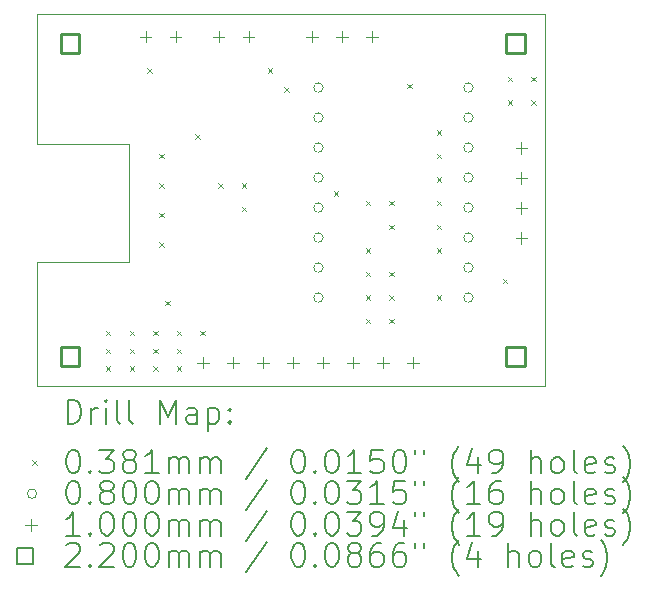
<source format=gbr>
%TF.GenerationSoftware,KiCad,Pcbnew,7.0.5*%
%TF.CreationDate,2023-07-11T15:31:01-04:00*%
%TF.ProjectId,StepperMotor_module_V2_XIAO_RP2040,53746570-7065-4724-9d6f-746f725f6d6f,rev?*%
%TF.SameCoordinates,Original*%
%TF.FileFunction,Drillmap*%
%TF.FilePolarity,Positive*%
%FSLAX45Y45*%
G04 Gerber Fmt 4.5, Leading zero omitted, Abs format (unit mm)*
G04 Created by KiCad (PCBNEW 7.0.5) date 2023-07-11 15:31:01*
%MOMM*%
%LPD*%
G01*
G04 APERTURE LIST*
%ADD10C,0.100000*%
%ADD11C,0.200000*%
%ADD12C,0.038100*%
%ADD13C,0.080000*%
%ADD14C,0.220000*%
G04 APERTURE END LIST*
D10*
X12200000Y-5800000D02*
X16500000Y-5800000D01*
X12975000Y-6900000D02*
X12200000Y-6900000D01*
X12200000Y-8950000D02*
X12200000Y-7900000D01*
X12200000Y-6900000D02*
X12200000Y-5800000D01*
X16500000Y-5800000D02*
X16500000Y-8950000D01*
X16500000Y-8950000D02*
X12200000Y-8950000D01*
X12200000Y-7900000D02*
X12975000Y-7900000D01*
X12975000Y-7900000D02*
X12975000Y-6900000D01*
D11*
D12*
X12780950Y-8480950D02*
X12819050Y-8519050D01*
X12819050Y-8480950D02*
X12780950Y-8519050D01*
X12780950Y-8630950D02*
X12819050Y-8669050D01*
X12819050Y-8630950D02*
X12780950Y-8669050D01*
X12780950Y-8780950D02*
X12819050Y-8819050D01*
X12819050Y-8780950D02*
X12780950Y-8819050D01*
X12980950Y-8480950D02*
X13019050Y-8519050D01*
X13019050Y-8480950D02*
X12980950Y-8519050D01*
X12980950Y-8630950D02*
X13019050Y-8669050D01*
X13019050Y-8630950D02*
X12980950Y-8669050D01*
X12980950Y-8780950D02*
X13019050Y-8819050D01*
X13019050Y-8780950D02*
X12980950Y-8819050D01*
X13130950Y-6255950D02*
X13169050Y-6294050D01*
X13169050Y-6255950D02*
X13130950Y-6294050D01*
X13180950Y-8480950D02*
X13219050Y-8519050D01*
X13219050Y-8480950D02*
X13180950Y-8519050D01*
X13180950Y-8630950D02*
X13219050Y-8669050D01*
X13219050Y-8630950D02*
X13180950Y-8669050D01*
X13180950Y-8780950D02*
X13219050Y-8819050D01*
X13219050Y-8780950D02*
X13180950Y-8819050D01*
X13230950Y-6980950D02*
X13269050Y-7019050D01*
X13269050Y-6980950D02*
X13230950Y-7019050D01*
X13230950Y-7230950D02*
X13269050Y-7269050D01*
X13269050Y-7230950D02*
X13230950Y-7269050D01*
X13230950Y-7480950D02*
X13269050Y-7519050D01*
X13269050Y-7480950D02*
X13230950Y-7519050D01*
X13230950Y-7730950D02*
X13269050Y-7769050D01*
X13269050Y-7730950D02*
X13230950Y-7769050D01*
X13282875Y-8227000D02*
X13320975Y-8265100D01*
X13320975Y-8227000D02*
X13282875Y-8265100D01*
X13380950Y-8480950D02*
X13419050Y-8519050D01*
X13419050Y-8480950D02*
X13380950Y-8519050D01*
X13380950Y-8630950D02*
X13419050Y-8669050D01*
X13419050Y-8630950D02*
X13380950Y-8669050D01*
X13380950Y-8780950D02*
X13419050Y-8819050D01*
X13419050Y-8780950D02*
X13380950Y-8819050D01*
X13535950Y-6815950D02*
X13574050Y-6854050D01*
X13574050Y-6815950D02*
X13535950Y-6854050D01*
X13580950Y-8480950D02*
X13619050Y-8519050D01*
X13619050Y-8480950D02*
X13580950Y-8519050D01*
X13730950Y-7230950D02*
X13769050Y-7269050D01*
X13769050Y-7230950D02*
X13730950Y-7269050D01*
X13930950Y-7230950D02*
X13969050Y-7269050D01*
X13969050Y-7230950D02*
X13930950Y-7269050D01*
X13930950Y-7430950D02*
X13969050Y-7469050D01*
X13969050Y-7430950D02*
X13930950Y-7469050D01*
X14152200Y-6259640D02*
X14190300Y-6297740D01*
X14190300Y-6259640D02*
X14152200Y-6297740D01*
X14290950Y-6420950D02*
X14329050Y-6459050D01*
X14329050Y-6420950D02*
X14290950Y-6459050D01*
X14710950Y-7298950D02*
X14749050Y-7337050D01*
X14749050Y-7298950D02*
X14710950Y-7337050D01*
X14980950Y-7380950D02*
X15019050Y-7419050D01*
X15019050Y-7380950D02*
X14980950Y-7419050D01*
X14980950Y-7780950D02*
X15019050Y-7819050D01*
X15019050Y-7780950D02*
X14980950Y-7819050D01*
X14980950Y-7980950D02*
X15019050Y-8019050D01*
X15019050Y-7980950D02*
X14980950Y-8019050D01*
X14980950Y-8180950D02*
X15019050Y-8219050D01*
X15019050Y-8180950D02*
X14980950Y-8219050D01*
X14980950Y-8380950D02*
X15019050Y-8419050D01*
X15019050Y-8380950D02*
X14980950Y-8419050D01*
X15180950Y-7380950D02*
X15219050Y-7419050D01*
X15219050Y-7380950D02*
X15180950Y-7419050D01*
X15180950Y-7580950D02*
X15219050Y-7619050D01*
X15219050Y-7580950D02*
X15180950Y-7619050D01*
X15180950Y-7980950D02*
X15219050Y-8019050D01*
X15219050Y-7980950D02*
X15180950Y-8019050D01*
X15180950Y-8180950D02*
X15219050Y-8219050D01*
X15219050Y-8180950D02*
X15180950Y-8219050D01*
X15180950Y-8380950D02*
X15219050Y-8419050D01*
X15219050Y-8380950D02*
X15180950Y-8419050D01*
X15330950Y-6390950D02*
X15369050Y-6429050D01*
X15369050Y-6390950D02*
X15330950Y-6429050D01*
X15580950Y-6780950D02*
X15619050Y-6819050D01*
X15619050Y-6780950D02*
X15580950Y-6819050D01*
X15580950Y-6980950D02*
X15619050Y-7019050D01*
X15619050Y-6980950D02*
X15580950Y-7019050D01*
X15580950Y-7180950D02*
X15619050Y-7219050D01*
X15619050Y-7180950D02*
X15580950Y-7219050D01*
X15580950Y-7380950D02*
X15619050Y-7419050D01*
X15619050Y-7380950D02*
X15580950Y-7419050D01*
X15580950Y-7580950D02*
X15619050Y-7619050D01*
X15619050Y-7580950D02*
X15580950Y-7619050D01*
X15580950Y-7780950D02*
X15619050Y-7819050D01*
X15619050Y-7780950D02*
X15580950Y-7819050D01*
X15580950Y-8180950D02*
X15619050Y-8219050D01*
X15619050Y-8180950D02*
X15580950Y-8219050D01*
X16140950Y-8040950D02*
X16179050Y-8079050D01*
X16179050Y-8040950D02*
X16140950Y-8079050D01*
X16180950Y-6330950D02*
X16219050Y-6369050D01*
X16219050Y-6330950D02*
X16180950Y-6369050D01*
X16180950Y-6530950D02*
X16219050Y-6569050D01*
X16219050Y-6530950D02*
X16180950Y-6569050D01*
X16380950Y-6330950D02*
X16419050Y-6369050D01*
X16419050Y-6330950D02*
X16380950Y-6369050D01*
X16380950Y-6530950D02*
X16419050Y-6569050D01*
X16419050Y-6530950D02*
X16380950Y-6569050D01*
D13*
X14620000Y-6422000D02*
G75*
G03*
X14620000Y-6422000I-40000J0D01*
G01*
X14620000Y-6676000D02*
G75*
G03*
X14620000Y-6676000I-40000J0D01*
G01*
X14620000Y-6930000D02*
G75*
G03*
X14620000Y-6930000I-40000J0D01*
G01*
X14620000Y-7184000D02*
G75*
G03*
X14620000Y-7184000I-40000J0D01*
G01*
X14620000Y-7438000D02*
G75*
G03*
X14620000Y-7438000I-40000J0D01*
G01*
X14620000Y-7692000D02*
G75*
G03*
X14620000Y-7692000I-40000J0D01*
G01*
X14620000Y-7946000D02*
G75*
G03*
X14620000Y-7946000I-40000J0D01*
G01*
X14620000Y-8200000D02*
G75*
G03*
X14620000Y-8200000I-40000J0D01*
G01*
X15890000Y-6422000D02*
G75*
G03*
X15890000Y-6422000I-40000J0D01*
G01*
X15890000Y-6676000D02*
G75*
G03*
X15890000Y-6676000I-40000J0D01*
G01*
X15890000Y-6930000D02*
G75*
G03*
X15890000Y-6930000I-40000J0D01*
G01*
X15890000Y-7184000D02*
G75*
G03*
X15890000Y-7184000I-40000J0D01*
G01*
X15890000Y-7438000D02*
G75*
G03*
X15890000Y-7438000I-40000J0D01*
G01*
X15890000Y-7692000D02*
G75*
G03*
X15890000Y-7692000I-40000J0D01*
G01*
X15890000Y-7946000D02*
G75*
G03*
X15890000Y-7946000I-40000J0D01*
G01*
X15890000Y-8200000D02*
G75*
G03*
X15890000Y-8200000I-40000J0D01*
G01*
D10*
X13116000Y-5940000D02*
X13116000Y-6040000D01*
X13066000Y-5990000D02*
X13166000Y-5990000D01*
X13370000Y-5940000D02*
X13370000Y-6040000D01*
X13320000Y-5990000D02*
X13420000Y-5990000D01*
X13600000Y-8700000D02*
X13600000Y-8800000D01*
X13550000Y-8750000D02*
X13650000Y-8750000D01*
X13734000Y-5940000D02*
X13734000Y-6040000D01*
X13684000Y-5990000D02*
X13784000Y-5990000D01*
X13854000Y-8700000D02*
X13854000Y-8800000D01*
X13804000Y-8750000D02*
X13904000Y-8750000D01*
X13988000Y-5940000D02*
X13988000Y-6040000D01*
X13938000Y-5990000D02*
X14038000Y-5990000D01*
X14108000Y-8700000D02*
X14108000Y-8800000D01*
X14058000Y-8750000D02*
X14158000Y-8750000D01*
X14362000Y-8700000D02*
X14362000Y-8800000D01*
X14312000Y-8750000D02*
X14412000Y-8750000D01*
X14526000Y-5940000D02*
X14526000Y-6040000D01*
X14476000Y-5990000D02*
X14576000Y-5990000D01*
X14616000Y-8700000D02*
X14616000Y-8800000D01*
X14566000Y-8750000D02*
X14666000Y-8750000D01*
X14780000Y-5940000D02*
X14780000Y-6040000D01*
X14730000Y-5990000D02*
X14830000Y-5990000D01*
X14870000Y-8700000D02*
X14870000Y-8800000D01*
X14820000Y-8750000D02*
X14920000Y-8750000D01*
X15034000Y-5940000D02*
X15034000Y-6040000D01*
X14984000Y-5990000D02*
X15084000Y-5990000D01*
X15124000Y-8700000D02*
X15124000Y-8800000D01*
X15074000Y-8750000D02*
X15174000Y-8750000D01*
X15378000Y-8700000D02*
X15378000Y-8800000D01*
X15328000Y-8750000D02*
X15428000Y-8750000D01*
X16299000Y-6880000D02*
X16299000Y-6980000D01*
X16249000Y-6930000D02*
X16349000Y-6930000D01*
X16299000Y-7134000D02*
X16299000Y-7234000D01*
X16249000Y-7184000D02*
X16349000Y-7184000D01*
X16299000Y-7388000D02*
X16299000Y-7488000D01*
X16249000Y-7438000D02*
X16349000Y-7438000D01*
X16299000Y-7642000D02*
X16299000Y-7742000D01*
X16249000Y-7692000D02*
X16349000Y-7692000D01*
D14*
X12552782Y-6127782D02*
X12552782Y-5972217D01*
X12397217Y-5972217D01*
X12397217Y-6127782D01*
X12552782Y-6127782D01*
X12552782Y-8777783D02*
X12552782Y-8622218D01*
X12397217Y-8622218D01*
X12397217Y-8777783D01*
X12552782Y-8777783D01*
X16327782Y-6127782D02*
X16327782Y-5972217D01*
X16172217Y-5972217D01*
X16172217Y-6127782D01*
X16327782Y-6127782D01*
X16327782Y-8777783D02*
X16327782Y-8622218D01*
X16172217Y-8622218D01*
X16172217Y-8777783D01*
X16327782Y-8777783D01*
D11*
X12455777Y-9266484D02*
X12455777Y-9066484D01*
X12455777Y-9066484D02*
X12503396Y-9066484D01*
X12503396Y-9066484D02*
X12531967Y-9076008D01*
X12531967Y-9076008D02*
X12551015Y-9095055D01*
X12551015Y-9095055D02*
X12560539Y-9114103D01*
X12560539Y-9114103D02*
X12570062Y-9152198D01*
X12570062Y-9152198D02*
X12570062Y-9180770D01*
X12570062Y-9180770D02*
X12560539Y-9218865D01*
X12560539Y-9218865D02*
X12551015Y-9237912D01*
X12551015Y-9237912D02*
X12531967Y-9256960D01*
X12531967Y-9256960D02*
X12503396Y-9266484D01*
X12503396Y-9266484D02*
X12455777Y-9266484D01*
X12655777Y-9266484D02*
X12655777Y-9133150D01*
X12655777Y-9171246D02*
X12665301Y-9152198D01*
X12665301Y-9152198D02*
X12674824Y-9142674D01*
X12674824Y-9142674D02*
X12693872Y-9133150D01*
X12693872Y-9133150D02*
X12712920Y-9133150D01*
X12779586Y-9266484D02*
X12779586Y-9133150D01*
X12779586Y-9066484D02*
X12770062Y-9076008D01*
X12770062Y-9076008D02*
X12779586Y-9085531D01*
X12779586Y-9085531D02*
X12789110Y-9076008D01*
X12789110Y-9076008D02*
X12779586Y-9066484D01*
X12779586Y-9066484D02*
X12779586Y-9085531D01*
X12903396Y-9266484D02*
X12884348Y-9256960D01*
X12884348Y-9256960D02*
X12874824Y-9237912D01*
X12874824Y-9237912D02*
X12874824Y-9066484D01*
X13008158Y-9266484D02*
X12989110Y-9256960D01*
X12989110Y-9256960D02*
X12979586Y-9237912D01*
X12979586Y-9237912D02*
X12979586Y-9066484D01*
X13236729Y-9266484D02*
X13236729Y-9066484D01*
X13236729Y-9066484D02*
X13303396Y-9209341D01*
X13303396Y-9209341D02*
X13370062Y-9066484D01*
X13370062Y-9066484D02*
X13370062Y-9266484D01*
X13551015Y-9266484D02*
X13551015Y-9161722D01*
X13551015Y-9161722D02*
X13541491Y-9142674D01*
X13541491Y-9142674D02*
X13522443Y-9133150D01*
X13522443Y-9133150D02*
X13484348Y-9133150D01*
X13484348Y-9133150D02*
X13465301Y-9142674D01*
X13551015Y-9256960D02*
X13531967Y-9266484D01*
X13531967Y-9266484D02*
X13484348Y-9266484D01*
X13484348Y-9266484D02*
X13465301Y-9256960D01*
X13465301Y-9256960D02*
X13455777Y-9237912D01*
X13455777Y-9237912D02*
X13455777Y-9218865D01*
X13455777Y-9218865D02*
X13465301Y-9199817D01*
X13465301Y-9199817D02*
X13484348Y-9190293D01*
X13484348Y-9190293D02*
X13531967Y-9190293D01*
X13531967Y-9190293D02*
X13551015Y-9180770D01*
X13646253Y-9133150D02*
X13646253Y-9333150D01*
X13646253Y-9142674D02*
X13665301Y-9133150D01*
X13665301Y-9133150D02*
X13703396Y-9133150D01*
X13703396Y-9133150D02*
X13722443Y-9142674D01*
X13722443Y-9142674D02*
X13731967Y-9152198D01*
X13731967Y-9152198D02*
X13741491Y-9171246D01*
X13741491Y-9171246D02*
X13741491Y-9228389D01*
X13741491Y-9228389D02*
X13731967Y-9247436D01*
X13731967Y-9247436D02*
X13722443Y-9256960D01*
X13722443Y-9256960D02*
X13703396Y-9266484D01*
X13703396Y-9266484D02*
X13665301Y-9266484D01*
X13665301Y-9266484D02*
X13646253Y-9256960D01*
X13827205Y-9247436D02*
X13836729Y-9256960D01*
X13836729Y-9256960D02*
X13827205Y-9266484D01*
X13827205Y-9266484D02*
X13817682Y-9256960D01*
X13817682Y-9256960D02*
X13827205Y-9247436D01*
X13827205Y-9247436D02*
X13827205Y-9266484D01*
X13827205Y-9142674D02*
X13836729Y-9152198D01*
X13836729Y-9152198D02*
X13827205Y-9161722D01*
X13827205Y-9161722D02*
X13817682Y-9152198D01*
X13817682Y-9152198D02*
X13827205Y-9142674D01*
X13827205Y-9142674D02*
X13827205Y-9161722D01*
D12*
X12156900Y-9575950D02*
X12195000Y-9614050D01*
X12195000Y-9575950D02*
X12156900Y-9614050D01*
D11*
X12493872Y-9486484D02*
X12512920Y-9486484D01*
X12512920Y-9486484D02*
X12531967Y-9496008D01*
X12531967Y-9496008D02*
X12541491Y-9505531D01*
X12541491Y-9505531D02*
X12551015Y-9524579D01*
X12551015Y-9524579D02*
X12560539Y-9562674D01*
X12560539Y-9562674D02*
X12560539Y-9610293D01*
X12560539Y-9610293D02*
X12551015Y-9648389D01*
X12551015Y-9648389D02*
X12541491Y-9667436D01*
X12541491Y-9667436D02*
X12531967Y-9676960D01*
X12531967Y-9676960D02*
X12512920Y-9686484D01*
X12512920Y-9686484D02*
X12493872Y-9686484D01*
X12493872Y-9686484D02*
X12474824Y-9676960D01*
X12474824Y-9676960D02*
X12465301Y-9667436D01*
X12465301Y-9667436D02*
X12455777Y-9648389D01*
X12455777Y-9648389D02*
X12446253Y-9610293D01*
X12446253Y-9610293D02*
X12446253Y-9562674D01*
X12446253Y-9562674D02*
X12455777Y-9524579D01*
X12455777Y-9524579D02*
X12465301Y-9505531D01*
X12465301Y-9505531D02*
X12474824Y-9496008D01*
X12474824Y-9496008D02*
X12493872Y-9486484D01*
X12646253Y-9667436D02*
X12655777Y-9676960D01*
X12655777Y-9676960D02*
X12646253Y-9686484D01*
X12646253Y-9686484D02*
X12636729Y-9676960D01*
X12636729Y-9676960D02*
X12646253Y-9667436D01*
X12646253Y-9667436D02*
X12646253Y-9686484D01*
X12722443Y-9486484D02*
X12846253Y-9486484D01*
X12846253Y-9486484D02*
X12779586Y-9562674D01*
X12779586Y-9562674D02*
X12808158Y-9562674D01*
X12808158Y-9562674D02*
X12827205Y-9572198D01*
X12827205Y-9572198D02*
X12836729Y-9581722D01*
X12836729Y-9581722D02*
X12846253Y-9600770D01*
X12846253Y-9600770D02*
X12846253Y-9648389D01*
X12846253Y-9648389D02*
X12836729Y-9667436D01*
X12836729Y-9667436D02*
X12827205Y-9676960D01*
X12827205Y-9676960D02*
X12808158Y-9686484D01*
X12808158Y-9686484D02*
X12751015Y-9686484D01*
X12751015Y-9686484D02*
X12731967Y-9676960D01*
X12731967Y-9676960D02*
X12722443Y-9667436D01*
X12960539Y-9572198D02*
X12941491Y-9562674D01*
X12941491Y-9562674D02*
X12931967Y-9553150D01*
X12931967Y-9553150D02*
X12922443Y-9534103D01*
X12922443Y-9534103D02*
X12922443Y-9524579D01*
X12922443Y-9524579D02*
X12931967Y-9505531D01*
X12931967Y-9505531D02*
X12941491Y-9496008D01*
X12941491Y-9496008D02*
X12960539Y-9486484D01*
X12960539Y-9486484D02*
X12998634Y-9486484D01*
X12998634Y-9486484D02*
X13017682Y-9496008D01*
X13017682Y-9496008D02*
X13027205Y-9505531D01*
X13027205Y-9505531D02*
X13036729Y-9524579D01*
X13036729Y-9524579D02*
X13036729Y-9534103D01*
X13036729Y-9534103D02*
X13027205Y-9553150D01*
X13027205Y-9553150D02*
X13017682Y-9562674D01*
X13017682Y-9562674D02*
X12998634Y-9572198D01*
X12998634Y-9572198D02*
X12960539Y-9572198D01*
X12960539Y-9572198D02*
X12941491Y-9581722D01*
X12941491Y-9581722D02*
X12931967Y-9591246D01*
X12931967Y-9591246D02*
X12922443Y-9610293D01*
X12922443Y-9610293D02*
X12922443Y-9648389D01*
X12922443Y-9648389D02*
X12931967Y-9667436D01*
X12931967Y-9667436D02*
X12941491Y-9676960D01*
X12941491Y-9676960D02*
X12960539Y-9686484D01*
X12960539Y-9686484D02*
X12998634Y-9686484D01*
X12998634Y-9686484D02*
X13017682Y-9676960D01*
X13017682Y-9676960D02*
X13027205Y-9667436D01*
X13027205Y-9667436D02*
X13036729Y-9648389D01*
X13036729Y-9648389D02*
X13036729Y-9610293D01*
X13036729Y-9610293D02*
X13027205Y-9591246D01*
X13027205Y-9591246D02*
X13017682Y-9581722D01*
X13017682Y-9581722D02*
X12998634Y-9572198D01*
X13227205Y-9686484D02*
X13112920Y-9686484D01*
X13170062Y-9686484D02*
X13170062Y-9486484D01*
X13170062Y-9486484D02*
X13151015Y-9515055D01*
X13151015Y-9515055D02*
X13131967Y-9534103D01*
X13131967Y-9534103D02*
X13112920Y-9543627D01*
X13312920Y-9686484D02*
X13312920Y-9553150D01*
X13312920Y-9572198D02*
X13322443Y-9562674D01*
X13322443Y-9562674D02*
X13341491Y-9553150D01*
X13341491Y-9553150D02*
X13370063Y-9553150D01*
X13370063Y-9553150D02*
X13389110Y-9562674D01*
X13389110Y-9562674D02*
X13398634Y-9581722D01*
X13398634Y-9581722D02*
X13398634Y-9686484D01*
X13398634Y-9581722D02*
X13408158Y-9562674D01*
X13408158Y-9562674D02*
X13427205Y-9553150D01*
X13427205Y-9553150D02*
X13455777Y-9553150D01*
X13455777Y-9553150D02*
X13474824Y-9562674D01*
X13474824Y-9562674D02*
X13484348Y-9581722D01*
X13484348Y-9581722D02*
X13484348Y-9686484D01*
X13579586Y-9686484D02*
X13579586Y-9553150D01*
X13579586Y-9572198D02*
X13589110Y-9562674D01*
X13589110Y-9562674D02*
X13608158Y-9553150D01*
X13608158Y-9553150D02*
X13636729Y-9553150D01*
X13636729Y-9553150D02*
X13655777Y-9562674D01*
X13655777Y-9562674D02*
X13665301Y-9581722D01*
X13665301Y-9581722D02*
X13665301Y-9686484D01*
X13665301Y-9581722D02*
X13674824Y-9562674D01*
X13674824Y-9562674D02*
X13693872Y-9553150D01*
X13693872Y-9553150D02*
X13722443Y-9553150D01*
X13722443Y-9553150D02*
X13741491Y-9562674D01*
X13741491Y-9562674D02*
X13751015Y-9581722D01*
X13751015Y-9581722D02*
X13751015Y-9686484D01*
X14141491Y-9476960D02*
X13970063Y-9734103D01*
X14398634Y-9486484D02*
X14417682Y-9486484D01*
X14417682Y-9486484D02*
X14436729Y-9496008D01*
X14436729Y-9496008D02*
X14446253Y-9505531D01*
X14446253Y-9505531D02*
X14455777Y-9524579D01*
X14455777Y-9524579D02*
X14465301Y-9562674D01*
X14465301Y-9562674D02*
X14465301Y-9610293D01*
X14465301Y-9610293D02*
X14455777Y-9648389D01*
X14455777Y-9648389D02*
X14446253Y-9667436D01*
X14446253Y-9667436D02*
X14436729Y-9676960D01*
X14436729Y-9676960D02*
X14417682Y-9686484D01*
X14417682Y-9686484D02*
X14398634Y-9686484D01*
X14398634Y-9686484D02*
X14379586Y-9676960D01*
X14379586Y-9676960D02*
X14370063Y-9667436D01*
X14370063Y-9667436D02*
X14360539Y-9648389D01*
X14360539Y-9648389D02*
X14351015Y-9610293D01*
X14351015Y-9610293D02*
X14351015Y-9562674D01*
X14351015Y-9562674D02*
X14360539Y-9524579D01*
X14360539Y-9524579D02*
X14370063Y-9505531D01*
X14370063Y-9505531D02*
X14379586Y-9496008D01*
X14379586Y-9496008D02*
X14398634Y-9486484D01*
X14551015Y-9667436D02*
X14560539Y-9676960D01*
X14560539Y-9676960D02*
X14551015Y-9686484D01*
X14551015Y-9686484D02*
X14541491Y-9676960D01*
X14541491Y-9676960D02*
X14551015Y-9667436D01*
X14551015Y-9667436D02*
X14551015Y-9686484D01*
X14684348Y-9486484D02*
X14703396Y-9486484D01*
X14703396Y-9486484D02*
X14722444Y-9496008D01*
X14722444Y-9496008D02*
X14731967Y-9505531D01*
X14731967Y-9505531D02*
X14741491Y-9524579D01*
X14741491Y-9524579D02*
X14751015Y-9562674D01*
X14751015Y-9562674D02*
X14751015Y-9610293D01*
X14751015Y-9610293D02*
X14741491Y-9648389D01*
X14741491Y-9648389D02*
X14731967Y-9667436D01*
X14731967Y-9667436D02*
X14722444Y-9676960D01*
X14722444Y-9676960D02*
X14703396Y-9686484D01*
X14703396Y-9686484D02*
X14684348Y-9686484D01*
X14684348Y-9686484D02*
X14665301Y-9676960D01*
X14665301Y-9676960D02*
X14655777Y-9667436D01*
X14655777Y-9667436D02*
X14646253Y-9648389D01*
X14646253Y-9648389D02*
X14636729Y-9610293D01*
X14636729Y-9610293D02*
X14636729Y-9562674D01*
X14636729Y-9562674D02*
X14646253Y-9524579D01*
X14646253Y-9524579D02*
X14655777Y-9505531D01*
X14655777Y-9505531D02*
X14665301Y-9496008D01*
X14665301Y-9496008D02*
X14684348Y-9486484D01*
X14941491Y-9686484D02*
X14827206Y-9686484D01*
X14884348Y-9686484D02*
X14884348Y-9486484D01*
X14884348Y-9486484D02*
X14865301Y-9515055D01*
X14865301Y-9515055D02*
X14846253Y-9534103D01*
X14846253Y-9534103D02*
X14827206Y-9543627D01*
X15122444Y-9486484D02*
X15027206Y-9486484D01*
X15027206Y-9486484D02*
X15017682Y-9581722D01*
X15017682Y-9581722D02*
X15027206Y-9572198D01*
X15027206Y-9572198D02*
X15046253Y-9562674D01*
X15046253Y-9562674D02*
X15093872Y-9562674D01*
X15093872Y-9562674D02*
X15112920Y-9572198D01*
X15112920Y-9572198D02*
X15122444Y-9581722D01*
X15122444Y-9581722D02*
X15131967Y-9600770D01*
X15131967Y-9600770D02*
X15131967Y-9648389D01*
X15131967Y-9648389D02*
X15122444Y-9667436D01*
X15122444Y-9667436D02*
X15112920Y-9676960D01*
X15112920Y-9676960D02*
X15093872Y-9686484D01*
X15093872Y-9686484D02*
X15046253Y-9686484D01*
X15046253Y-9686484D02*
X15027206Y-9676960D01*
X15027206Y-9676960D02*
X15017682Y-9667436D01*
X15255777Y-9486484D02*
X15274825Y-9486484D01*
X15274825Y-9486484D02*
X15293872Y-9496008D01*
X15293872Y-9496008D02*
X15303396Y-9505531D01*
X15303396Y-9505531D02*
X15312920Y-9524579D01*
X15312920Y-9524579D02*
X15322444Y-9562674D01*
X15322444Y-9562674D02*
X15322444Y-9610293D01*
X15322444Y-9610293D02*
X15312920Y-9648389D01*
X15312920Y-9648389D02*
X15303396Y-9667436D01*
X15303396Y-9667436D02*
X15293872Y-9676960D01*
X15293872Y-9676960D02*
X15274825Y-9686484D01*
X15274825Y-9686484D02*
X15255777Y-9686484D01*
X15255777Y-9686484D02*
X15236729Y-9676960D01*
X15236729Y-9676960D02*
X15227206Y-9667436D01*
X15227206Y-9667436D02*
X15217682Y-9648389D01*
X15217682Y-9648389D02*
X15208158Y-9610293D01*
X15208158Y-9610293D02*
X15208158Y-9562674D01*
X15208158Y-9562674D02*
X15217682Y-9524579D01*
X15217682Y-9524579D02*
X15227206Y-9505531D01*
X15227206Y-9505531D02*
X15236729Y-9496008D01*
X15236729Y-9496008D02*
X15255777Y-9486484D01*
X15398634Y-9486484D02*
X15398634Y-9524579D01*
X15474825Y-9486484D02*
X15474825Y-9524579D01*
X15770063Y-9762674D02*
X15760539Y-9753150D01*
X15760539Y-9753150D02*
X15741491Y-9724579D01*
X15741491Y-9724579D02*
X15731968Y-9705531D01*
X15731968Y-9705531D02*
X15722444Y-9676960D01*
X15722444Y-9676960D02*
X15712920Y-9629341D01*
X15712920Y-9629341D02*
X15712920Y-9591246D01*
X15712920Y-9591246D02*
X15722444Y-9543627D01*
X15722444Y-9543627D02*
X15731968Y-9515055D01*
X15731968Y-9515055D02*
X15741491Y-9496008D01*
X15741491Y-9496008D02*
X15760539Y-9467436D01*
X15760539Y-9467436D02*
X15770063Y-9457912D01*
X15931968Y-9553150D02*
X15931968Y-9686484D01*
X15884348Y-9476960D02*
X15836729Y-9619817D01*
X15836729Y-9619817D02*
X15960539Y-9619817D01*
X16046253Y-9686484D02*
X16084348Y-9686484D01*
X16084348Y-9686484D02*
X16103396Y-9676960D01*
X16103396Y-9676960D02*
X16112920Y-9667436D01*
X16112920Y-9667436D02*
X16131968Y-9638865D01*
X16131968Y-9638865D02*
X16141491Y-9600770D01*
X16141491Y-9600770D02*
X16141491Y-9524579D01*
X16141491Y-9524579D02*
X16131968Y-9505531D01*
X16131968Y-9505531D02*
X16122444Y-9496008D01*
X16122444Y-9496008D02*
X16103396Y-9486484D01*
X16103396Y-9486484D02*
X16065301Y-9486484D01*
X16065301Y-9486484D02*
X16046253Y-9496008D01*
X16046253Y-9496008D02*
X16036729Y-9505531D01*
X16036729Y-9505531D02*
X16027206Y-9524579D01*
X16027206Y-9524579D02*
X16027206Y-9572198D01*
X16027206Y-9572198D02*
X16036729Y-9591246D01*
X16036729Y-9591246D02*
X16046253Y-9600770D01*
X16046253Y-9600770D02*
X16065301Y-9610293D01*
X16065301Y-9610293D02*
X16103396Y-9610293D01*
X16103396Y-9610293D02*
X16122444Y-9600770D01*
X16122444Y-9600770D02*
X16131968Y-9591246D01*
X16131968Y-9591246D02*
X16141491Y-9572198D01*
X16379587Y-9686484D02*
X16379587Y-9486484D01*
X16465301Y-9686484D02*
X16465301Y-9581722D01*
X16465301Y-9581722D02*
X16455777Y-9562674D01*
X16455777Y-9562674D02*
X16436730Y-9553150D01*
X16436730Y-9553150D02*
X16408158Y-9553150D01*
X16408158Y-9553150D02*
X16389110Y-9562674D01*
X16389110Y-9562674D02*
X16379587Y-9572198D01*
X16589110Y-9686484D02*
X16570063Y-9676960D01*
X16570063Y-9676960D02*
X16560539Y-9667436D01*
X16560539Y-9667436D02*
X16551015Y-9648389D01*
X16551015Y-9648389D02*
X16551015Y-9591246D01*
X16551015Y-9591246D02*
X16560539Y-9572198D01*
X16560539Y-9572198D02*
X16570063Y-9562674D01*
X16570063Y-9562674D02*
X16589110Y-9553150D01*
X16589110Y-9553150D02*
X16617682Y-9553150D01*
X16617682Y-9553150D02*
X16636730Y-9562674D01*
X16636730Y-9562674D02*
X16646253Y-9572198D01*
X16646253Y-9572198D02*
X16655777Y-9591246D01*
X16655777Y-9591246D02*
X16655777Y-9648389D01*
X16655777Y-9648389D02*
X16646253Y-9667436D01*
X16646253Y-9667436D02*
X16636730Y-9676960D01*
X16636730Y-9676960D02*
X16617682Y-9686484D01*
X16617682Y-9686484D02*
X16589110Y-9686484D01*
X16770063Y-9686484D02*
X16751015Y-9676960D01*
X16751015Y-9676960D02*
X16741491Y-9657912D01*
X16741491Y-9657912D02*
X16741491Y-9486484D01*
X16922444Y-9676960D02*
X16903396Y-9686484D01*
X16903396Y-9686484D02*
X16865301Y-9686484D01*
X16865301Y-9686484D02*
X16846253Y-9676960D01*
X16846253Y-9676960D02*
X16836730Y-9657912D01*
X16836730Y-9657912D02*
X16836730Y-9581722D01*
X16836730Y-9581722D02*
X16846253Y-9562674D01*
X16846253Y-9562674D02*
X16865301Y-9553150D01*
X16865301Y-9553150D02*
X16903396Y-9553150D01*
X16903396Y-9553150D02*
X16922444Y-9562674D01*
X16922444Y-9562674D02*
X16931968Y-9581722D01*
X16931968Y-9581722D02*
X16931968Y-9600770D01*
X16931968Y-9600770D02*
X16836730Y-9619817D01*
X17008158Y-9676960D02*
X17027206Y-9686484D01*
X17027206Y-9686484D02*
X17065301Y-9686484D01*
X17065301Y-9686484D02*
X17084349Y-9676960D01*
X17084349Y-9676960D02*
X17093873Y-9657912D01*
X17093873Y-9657912D02*
X17093873Y-9648389D01*
X17093873Y-9648389D02*
X17084349Y-9629341D01*
X17084349Y-9629341D02*
X17065301Y-9619817D01*
X17065301Y-9619817D02*
X17036730Y-9619817D01*
X17036730Y-9619817D02*
X17017682Y-9610293D01*
X17017682Y-9610293D02*
X17008158Y-9591246D01*
X17008158Y-9591246D02*
X17008158Y-9581722D01*
X17008158Y-9581722D02*
X17017682Y-9562674D01*
X17017682Y-9562674D02*
X17036730Y-9553150D01*
X17036730Y-9553150D02*
X17065301Y-9553150D01*
X17065301Y-9553150D02*
X17084349Y-9562674D01*
X17160539Y-9762674D02*
X17170063Y-9753150D01*
X17170063Y-9753150D02*
X17189111Y-9724579D01*
X17189111Y-9724579D02*
X17198634Y-9705531D01*
X17198634Y-9705531D02*
X17208158Y-9676960D01*
X17208158Y-9676960D02*
X17217682Y-9629341D01*
X17217682Y-9629341D02*
X17217682Y-9591246D01*
X17217682Y-9591246D02*
X17208158Y-9543627D01*
X17208158Y-9543627D02*
X17198634Y-9515055D01*
X17198634Y-9515055D02*
X17189111Y-9496008D01*
X17189111Y-9496008D02*
X17170063Y-9467436D01*
X17170063Y-9467436D02*
X17160539Y-9457912D01*
D13*
X12195000Y-9859000D02*
G75*
G03*
X12195000Y-9859000I-40000J0D01*
G01*
D11*
X12493872Y-9750484D02*
X12512920Y-9750484D01*
X12512920Y-9750484D02*
X12531967Y-9760008D01*
X12531967Y-9760008D02*
X12541491Y-9769531D01*
X12541491Y-9769531D02*
X12551015Y-9788579D01*
X12551015Y-9788579D02*
X12560539Y-9826674D01*
X12560539Y-9826674D02*
X12560539Y-9874293D01*
X12560539Y-9874293D02*
X12551015Y-9912389D01*
X12551015Y-9912389D02*
X12541491Y-9931436D01*
X12541491Y-9931436D02*
X12531967Y-9940960D01*
X12531967Y-9940960D02*
X12512920Y-9950484D01*
X12512920Y-9950484D02*
X12493872Y-9950484D01*
X12493872Y-9950484D02*
X12474824Y-9940960D01*
X12474824Y-9940960D02*
X12465301Y-9931436D01*
X12465301Y-9931436D02*
X12455777Y-9912389D01*
X12455777Y-9912389D02*
X12446253Y-9874293D01*
X12446253Y-9874293D02*
X12446253Y-9826674D01*
X12446253Y-9826674D02*
X12455777Y-9788579D01*
X12455777Y-9788579D02*
X12465301Y-9769531D01*
X12465301Y-9769531D02*
X12474824Y-9760008D01*
X12474824Y-9760008D02*
X12493872Y-9750484D01*
X12646253Y-9931436D02*
X12655777Y-9940960D01*
X12655777Y-9940960D02*
X12646253Y-9950484D01*
X12646253Y-9950484D02*
X12636729Y-9940960D01*
X12636729Y-9940960D02*
X12646253Y-9931436D01*
X12646253Y-9931436D02*
X12646253Y-9950484D01*
X12770062Y-9836198D02*
X12751015Y-9826674D01*
X12751015Y-9826674D02*
X12741491Y-9817150D01*
X12741491Y-9817150D02*
X12731967Y-9798103D01*
X12731967Y-9798103D02*
X12731967Y-9788579D01*
X12731967Y-9788579D02*
X12741491Y-9769531D01*
X12741491Y-9769531D02*
X12751015Y-9760008D01*
X12751015Y-9760008D02*
X12770062Y-9750484D01*
X12770062Y-9750484D02*
X12808158Y-9750484D01*
X12808158Y-9750484D02*
X12827205Y-9760008D01*
X12827205Y-9760008D02*
X12836729Y-9769531D01*
X12836729Y-9769531D02*
X12846253Y-9788579D01*
X12846253Y-9788579D02*
X12846253Y-9798103D01*
X12846253Y-9798103D02*
X12836729Y-9817150D01*
X12836729Y-9817150D02*
X12827205Y-9826674D01*
X12827205Y-9826674D02*
X12808158Y-9836198D01*
X12808158Y-9836198D02*
X12770062Y-9836198D01*
X12770062Y-9836198D02*
X12751015Y-9845722D01*
X12751015Y-9845722D02*
X12741491Y-9855246D01*
X12741491Y-9855246D02*
X12731967Y-9874293D01*
X12731967Y-9874293D02*
X12731967Y-9912389D01*
X12731967Y-9912389D02*
X12741491Y-9931436D01*
X12741491Y-9931436D02*
X12751015Y-9940960D01*
X12751015Y-9940960D02*
X12770062Y-9950484D01*
X12770062Y-9950484D02*
X12808158Y-9950484D01*
X12808158Y-9950484D02*
X12827205Y-9940960D01*
X12827205Y-9940960D02*
X12836729Y-9931436D01*
X12836729Y-9931436D02*
X12846253Y-9912389D01*
X12846253Y-9912389D02*
X12846253Y-9874293D01*
X12846253Y-9874293D02*
X12836729Y-9855246D01*
X12836729Y-9855246D02*
X12827205Y-9845722D01*
X12827205Y-9845722D02*
X12808158Y-9836198D01*
X12970062Y-9750484D02*
X12989110Y-9750484D01*
X12989110Y-9750484D02*
X13008158Y-9760008D01*
X13008158Y-9760008D02*
X13017682Y-9769531D01*
X13017682Y-9769531D02*
X13027205Y-9788579D01*
X13027205Y-9788579D02*
X13036729Y-9826674D01*
X13036729Y-9826674D02*
X13036729Y-9874293D01*
X13036729Y-9874293D02*
X13027205Y-9912389D01*
X13027205Y-9912389D02*
X13017682Y-9931436D01*
X13017682Y-9931436D02*
X13008158Y-9940960D01*
X13008158Y-9940960D02*
X12989110Y-9950484D01*
X12989110Y-9950484D02*
X12970062Y-9950484D01*
X12970062Y-9950484D02*
X12951015Y-9940960D01*
X12951015Y-9940960D02*
X12941491Y-9931436D01*
X12941491Y-9931436D02*
X12931967Y-9912389D01*
X12931967Y-9912389D02*
X12922443Y-9874293D01*
X12922443Y-9874293D02*
X12922443Y-9826674D01*
X12922443Y-9826674D02*
X12931967Y-9788579D01*
X12931967Y-9788579D02*
X12941491Y-9769531D01*
X12941491Y-9769531D02*
X12951015Y-9760008D01*
X12951015Y-9760008D02*
X12970062Y-9750484D01*
X13160539Y-9750484D02*
X13179586Y-9750484D01*
X13179586Y-9750484D02*
X13198634Y-9760008D01*
X13198634Y-9760008D02*
X13208158Y-9769531D01*
X13208158Y-9769531D02*
X13217682Y-9788579D01*
X13217682Y-9788579D02*
X13227205Y-9826674D01*
X13227205Y-9826674D02*
X13227205Y-9874293D01*
X13227205Y-9874293D02*
X13217682Y-9912389D01*
X13217682Y-9912389D02*
X13208158Y-9931436D01*
X13208158Y-9931436D02*
X13198634Y-9940960D01*
X13198634Y-9940960D02*
X13179586Y-9950484D01*
X13179586Y-9950484D02*
X13160539Y-9950484D01*
X13160539Y-9950484D02*
X13141491Y-9940960D01*
X13141491Y-9940960D02*
X13131967Y-9931436D01*
X13131967Y-9931436D02*
X13122443Y-9912389D01*
X13122443Y-9912389D02*
X13112920Y-9874293D01*
X13112920Y-9874293D02*
X13112920Y-9826674D01*
X13112920Y-9826674D02*
X13122443Y-9788579D01*
X13122443Y-9788579D02*
X13131967Y-9769531D01*
X13131967Y-9769531D02*
X13141491Y-9760008D01*
X13141491Y-9760008D02*
X13160539Y-9750484D01*
X13312920Y-9950484D02*
X13312920Y-9817150D01*
X13312920Y-9836198D02*
X13322443Y-9826674D01*
X13322443Y-9826674D02*
X13341491Y-9817150D01*
X13341491Y-9817150D02*
X13370063Y-9817150D01*
X13370063Y-9817150D02*
X13389110Y-9826674D01*
X13389110Y-9826674D02*
X13398634Y-9845722D01*
X13398634Y-9845722D02*
X13398634Y-9950484D01*
X13398634Y-9845722D02*
X13408158Y-9826674D01*
X13408158Y-9826674D02*
X13427205Y-9817150D01*
X13427205Y-9817150D02*
X13455777Y-9817150D01*
X13455777Y-9817150D02*
X13474824Y-9826674D01*
X13474824Y-9826674D02*
X13484348Y-9845722D01*
X13484348Y-9845722D02*
X13484348Y-9950484D01*
X13579586Y-9950484D02*
X13579586Y-9817150D01*
X13579586Y-9836198D02*
X13589110Y-9826674D01*
X13589110Y-9826674D02*
X13608158Y-9817150D01*
X13608158Y-9817150D02*
X13636729Y-9817150D01*
X13636729Y-9817150D02*
X13655777Y-9826674D01*
X13655777Y-9826674D02*
X13665301Y-9845722D01*
X13665301Y-9845722D02*
X13665301Y-9950484D01*
X13665301Y-9845722D02*
X13674824Y-9826674D01*
X13674824Y-9826674D02*
X13693872Y-9817150D01*
X13693872Y-9817150D02*
X13722443Y-9817150D01*
X13722443Y-9817150D02*
X13741491Y-9826674D01*
X13741491Y-9826674D02*
X13751015Y-9845722D01*
X13751015Y-9845722D02*
X13751015Y-9950484D01*
X14141491Y-9740960D02*
X13970063Y-9998103D01*
X14398634Y-9750484D02*
X14417682Y-9750484D01*
X14417682Y-9750484D02*
X14436729Y-9760008D01*
X14436729Y-9760008D02*
X14446253Y-9769531D01*
X14446253Y-9769531D02*
X14455777Y-9788579D01*
X14455777Y-9788579D02*
X14465301Y-9826674D01*
X14465301Y-9826674D02*
X14465301Y-9874293D01*
X14465301Y-9874293D02*
X14455777Y-9912389D01*
X14455777Y-9912389D02*
X14446253Y-9931436D01*
X14446253Y-9931436D02*
X14436729Y-9940960D01*
X14436729Y-9940960D02*
X14417682Y-9950484D01*
X14417682Y-9950484D02*
X14398634Y-9950484D01*
X14398634Y-9950484D02*
X14379586Y-9940960D01*
X14379586Y-9940960D02*
X14370063Y-9931436D01*
X14370063Y-9931436D02*
X14360539Y-9912389D01*
X14360539Y-9912389D02*
X14351015Y-9874293D01*
X14351015Y-9874293D02*
X14351015Y-9826674D01*
X14351015Y-9826674D02*
X14360539Y-9788579D01*
X14360539Y-9788579D02*
X14370063Y-9769531D01*
X14370063Y-9769531D02*
X14379586Y-9760008D01*
X14379586Y-9760008D02*
X14398634Y-9750484D01*
X14551015Y-9931436D02*
X14560539Y-9940960D01*
X14560539Y-9940960D02*
X14551015Y-9950484D01*
X14551015Y-9950484D02*
X14541491Y-9940960D01*
X14541491Y-9940960D02*
X14551015Y-9931436D01*
X14551015Y-9931436D02*
X14551015Y-9950484D01*
X14684348Y-9750484D02*
X14703396Y-9750484D01*
X14703396Y-9750484D02*
X14722444Y-9760008D01*
X14722444Y-9760008D02*
X14731967Y-9769531D01*
X14731967Y-9769531D02*
X14741491Y-9788579D01*
X14741491Y-9788579D02*
X14751015Y-9826674D01*
X14751015Y-9826674D02*
X14751015Y-9874293D01*
X14751015Y-9874293D02*
X14741491Y-9912389D01*
X14741491Y-9912389D02*
X14731967Y-9931436D01*
X14731967Y-9931436D02*
X14722444Y-9940960D01*
X14722444Y-9940960D02*
X14703396Y-9950484D01*
X14703396Y-9950484D02*
X14684348Y-9950484D01*
X14684348Y-9950484D02*
X14665301Y-9940960D01*
X14665301Y-9940960D02*
X14655777Y-9931436D01*
X14655777Y-9931436D02*
X14646253Y-9912389D01*
X14646253Y-9912389D02*
X14636729Y-9874293D01*
X14636729Y-9874293D02*
X14636729Y-9826674D01*
X14636729Y-9826674D02*
X14646253Y-9788579D01*
X14646253Y-9788579D02*
X14655777Y-9769531D01*
X14655777Y-9769531D02*
X14665301Y-9760008D01*
X14665301Y-9760008D02*
X14684348Y-9750484D01*
X14817682Y-9750484D02*
X14941491Y-9750484D01*
X14941491Y-9750484D02*
X14874825Y-9826674D01*
X14874825Y-9826674D02*
X14903396Y-9826674D01*
X14903396Y-9826674D02*
X14922444Y-9836198D01*
X14922444Y-9836198D02*
X14931967Y-9845722D01*
X14931967Y-9845722D02*
X14941491Y-9864770D01*
X14941491Y-9864770D02*
X14941491Y-9912389D01*
X14941491Y-9912389D02*
X14931967Y-9931436D01*
X14931967Y-9931436D02*
X14922444Y-9940960D01*
X14922444Y-9940960D02*
X14903396Y-9950484D01*
X14903396Y-9950484D02*
X14846253Y-9950484D01*
X14846253Y-9950484D02*
X14827206Y-9940960D01*
X14827206Y-9940960D02*
X14817682Y-9931436D01*
X15131967Y-9950484D02*
X15017682Y-9950484D01*
X15074825Y-9950484D02*
X15074825Y-9750484D01*
X15074825Y-9750484D02*
X15055777Y-9779055D01*
X15055777Y-9779055D02*
X15036729Y-9798103D01*
X15036729Y-9798103D02*
X15017682Y-9807627D01*
X15312920Y-9750484D02*
X15217682Y-9750484D01*
X15217682Y-9750484D02*
X15208158Y-9845722D01*
X15208158Y-9845722D02*
X15217682Y-9836198D01*
X15217682Y-9836198D02*
X15236729Y-9826674D01*
X15236729Y-9826674D02*
X15284348Y-9826674D01*
X15284348Y-9826674D02*
X15303396Y-9836198D01*
X15303396Y-9836198D02*
X15312920Y-9845722D01*
X15312920Y-9845722D02*
X15322444Y-9864770D01*
X15322444Y-9864770D02*
X15322444Y-9912389D01*
X15322444Y-9912389D02*
X15312920Y-9931436D01*
X15312920Y-9931436D02*
X15303396Y-9940960D01*
X15303396Y-9940960D02*
X15284348Y-9950484D01*
X15284348Y-9950484D02*
X15236729Y-9950484D01*
X15236729Y-9950484D02*
X15217682Y-9940960D01*
X15217682Y-9940960D02*
X15208158Y-9931436D01*
X15398634Y-9750484D02*
X15398634Y-9788579D01*
X15474825Y-9750484D02*
X15474825Y-9788579D01*
X15770063Y-10026674D02*
X15760539Y-10017150D01*
X15760539Y-10017150D02*
X15741491Y-9988579D01*
X15741491Y-9988579D02*
X15731968Y-9969531D01*
X15731968Y-9969531D02*
X15722444Y-9940960D01*
X15722444Y-9940960D02*
X15712920Y-9893341D01*
X15712920Y-9893341D02*
X15712920Y-9855246D01*
X15712920Y-9855246D02*
X15722444Y-9807627D01*
X15722444Y-9807627D02*
X15731968Y-9779055D01*
X15731968Y-9779055D02*
X15741491Y-9760008D01*
X15741491Y-9760008D02*
X15760539Y-9731436D01*
X15760539Y-9731436D02*
X15770063Y-9721912D01*
X15951015Y-9950484D02*
X15836729Y-9950484D01*
X15893872Y-9950484D02*
X15893872Y-9750484D01*
X15893872Y-9750484D02*
X15874825Y-9779055D01*
X15874825Y-9779055D02*
X15855777Y-9798103D01*
X15855777Y-9798103D02*
X15836729Y-9807627D01*
X16122444Y-9750484D02*
X16084348Y-9750484D01*
X16084348Y-9750484D02*
X16065301Y-9760008D01*
X16065301Y-9760008D02*
X16055777Y-9769531D01*
X16055777Y-9769531D02*
X16036729Y-9798103D01*
X16036729Y-9798103D02*
X16027206Y-9836198D01*
X16027206Y-9836198D02*
X16027206Y-9912389D01*
X16027206Y-9912389D02*
X16036729Y-9931436D01*
X16036729Y-9931436D02*
X16046253Y-9940960D01*
X16046253Y-9940960D02*
X16065301Y-9950484D01*
X16065301Y-9950484D02*
X16103396Y-9950484D01*
X16103396Y-9950484D02*
X16122444Y-9940960D01*
X16122444Y-9940960D02*
X16131968Y-9931436D01*
X16131968Y-9931436D02*
X16141491Y-9912389D01*
X16141491Y-9912389D02*
X16141491Y-9864770D01*
X16141491Y-9864770D02*
X16131968Y-9845722D01*
X16131968Y-9845722D02*
X16122444Y-9836198D01*
X16122444Y-9836198D02*
X16103396Y-9826674D01*
X16103396Y-9826674D02*
X16065301Y-9826674D01*
X16065301Y-9826674D02*
X16046253Y-9836198D01*
X16046253Y-9836198D02*
X16036729Y-9845722D01*
X16036729Y-9845722D02*
X16027206Y-9864770D01*
X16379587Y-9950484D02*
X16379587Y-9750484D01*
X16465301Y-9950484D02*
X16465301Y-9845722D01*
X16465301Y-9845722D02*
X16455777Y-9826674D01*
X16455777Y-9826674D02*
X16436730Y-9817150D01*
X16436730Y-9817150D02*
X16408158Y-9817150D01*
X16408158Y-9817150D02*
X16389110Y-9826674D01*
X16389110Y-9826674D02*
X16379587Y-9836198D01*
X16589110Y-9950484D02*
X16570063Y-9940960D01*
X16570063Y-9940960D02*
X16560539Y-9931436D01*
X16560539Y-9931436D02*
X16551015Y-9912389D01*
X16551015Y-9912389D02*
X16551015Y-9855246D01*
X16551015Y-9855246D02*
X16560539Y-9836198D01*
X16560539Y-9836198D02*
X16570063Y-9826674D01*
X16570063Y-9826674D02*
X16589110Y-9817150D01*
X16589110Y-9817150D02*
X16617682Y-9817150D01*
X16617682Y-9817150D02*
X16636730Y-9826674D01*
X16636730Y-9826674D02*
X16646253Y-9836198D01*
X16646253Y-9836198D02*
X16655777Y-9855246D01*
X16655777Y-9855246D02*
X16655777Y-9912389D01*
X16655777Y-9912389D02*
X16646253Y-9931436D01*
X16646253Y-9931436D02*
X16636730Y-9940960D01*
X16636730Y-9940960D02*
X16617682Y-9950484D01*
X16617682Y-9950484D02*
X16589110Y-9950484D01*
X16770063Y-9950484D02*
X16751015Y-9940960D01*
X16751015Y-9940960D02*
X16741491Y-9921912D01*
X16741491Y-9921912D02*
X16741491Y-9750484D01*
X16922444Y-9940960D02*
X16903396Y-9950484D01*
X16903396Y-9950484D02*
X16865301Y-9950484D01*
X16865301Y-9950484D02*
X16846253Y-9940960D01*
X16846253Y-9940960D02*
X16836730Y-9921912D01*
X16836730Y-9921912D02*
X16836730Y-9845722D01*
X16836730Y-9845722D02*
X16846253Y-9826674D01*
X16846253Y-9826674D02*
X16865301Y-9817150D01*
X16865301Y-9817150D02*
X16903396Y-9817150D01*
X16903396Y-9817150D02*
X16922444Y-9826674D01*
X16922444Y-9826674D02*
X16931968Y-9845722D01*
X16931968Y-9845722D02*
X16931968Y-9864770D01*
X16931968Y-9864770D02*
X16836730Y-9883817D01*
X17008158Y-9940960D02*
X17027206Y-9950484D01*
X17027206Y-9950484D02*
X17065301Y-9950484D01*
X17065301Y-9950484D02*
X17084349Y-9940960D01*
X17084349Y-9940960D02*
X17093873Y-9921912D01*
X17093873Y-9921912D02*
X17093873Y-9912389D01*
X17093873Y-9912389D02*
X17084349Y-9893341D01*
X17084349Y-9893341D02*
X17065301Y-9883817D01*
X17065301Y-9883817D02*
X17036730Y-9883817D01*
X17036730Y-9883817D02*
X17017682Y-9874293D01*
X17017682Y-9874293D02*
X17008158Y-9855246D01*
X17008158Y-9855246D02*
X17008158Y-9845722D01*
X17008158Y-9845722D02*
X17017682Y-9826674D01*
X17017682Y-9826674D02*
X17036730Y-9817150D01*
X17036730Y-9817150D02*
X17065301Y-9817150D01*
X17065301Y-9817150D02*
X17084349Y-9826674D01*
X17160539Y-10026674D02*
X17170063Y-10017150D01*
X17170063Y-10017150D02*
X17189111Y-9988579D01*
X17189111Y-9988579D02*
X17198634Y-9969531D01*
X17198634Y-9969531D02*
X17208158Y-9940960D01*
X17208158Y-9940960D02*
X17217682Y-9893341D01*
X17217682Y-9893341D02*
X17217682Y-9855246D01*
X17217682Y-9855246D02*
X17208158Y-9807627D01*
X17208158Y-9807627D02*
X17198634Y-9779055D01*
X17198634Y-9779055D02*
X17189111Y-9760008D01*
X17189111Y-9760008D02*
X17170063Y-9731436D01*
X17170063Y-9731436D02*
X17160539Y-9721912D01*
D10*
X12145000Y-10073000D02*
X12145000Y-10173000D01*
X12095000Y-10123000D02*
X12195000Y-10123000D01*
D11*
X12560539Y-10214484D02*
X12446253Y-10214484D01*
X12503396Y-10214484D02*
X12503396Y-10014484D01*
X12503396Y-10014484D02*
X12484348Y-10043055D01*
X12484348Y-10043055D02*
X12465301Y-10062103D01*
X12465301Y-10062103D02*
X12446253Y-10071627D01*
X12646253Y-10195436D02*
X12655777Y-10204960D01*
X12655777Y-10204960D02*
X12646253Y-10214484D01*
X12646253Y-10214484D02*
X12636729Y-10204960D01*
X12636729Y-10204960D02*
X12646253Y-10195436D01*
X12646253Y-10195436D02*
X12646253Y-10214484D01*
X12779586Y-10014484D02*
X12798634Y-10014484D01*
X12798634Y-10014484D02*
X12817682Y-10024008D01*
X12817682Y-10024008D02*
X12827205Y-10033531D01*
X12827205Y-10033531D02*
X12836729Y-10052579D01*
X12836729Y-10052579D02*
X12846253Y-10090674D01*
X12846253Y-10090674D02*
X12846253Y-10138293D01*
X12846253Y-10138293D02*
X12836729Y-10176389D01*
X12836729Y-10176389D02*
X12827205Y-10195436D01*
X12827205Y-10195436D02*
X12817682Y-10204960D01*
X12817682Y-10204960D02*
X12798634Y-10214484D01*
X12798634Y-10214484D02*
X12779586Y-10214484D01*
X12779586Y-10214484D02*
X12760539Y-10204960D01*
X12760539Y-10204960D02*
X12751015Y-10195436D01*
X12751015Y-10195436D02*
X12741491Y-10176389D01*
X12741491Y-10176389D02*
X12731967Y-10138293D01*
X12731967Y-10138293D02*
X12731967Y-10090674D01*
X12731967Y-10090674D02*
X12741491Y-10052579D01*
X12741491Y-10052579D02*
X12751015Y-10033531D01*
X12751015Y-10033531D02*
X12760539Y-10024008D01*
X12760539Y-10024008D02*
X12779586Y-10014484D01*
X12970062Y-10014484D02*
X12989110Y-10014484D01*
X12989110Y-10014484D02*
X13008158Y-10024008D01*
X13008158Y-10024008D02*
X13017682Y-10033531D01*
X13017682Y-10033531D02*
X13027205Y-10052579D01*
X13027205Y-10052579D02*
X13036729Y-10090674D01*
X13036729Y-10090674D02*
X13036729Y-10138293D01*
X13036729Y-10138293D02*
X13027205Y-10176389D01*
X13027205Y-10176389D02*
X13017682Y-10195436D01*
X13017682Y-10195436D02*
X13008158Y-10204960D01*
X13008158Y-10204960D02*
X12989110Y-10214484D01*
X12989110Y-10214484D02*
X12970062Y-10214484D01*
X12970062Y-10214484D02*
X12951015Y-10204960D01*
X12951015Y-10204960D02*
X12941491Y-10195436D01*
X12941491Y-10195436D02*
X12931967Y-10176389D01*
X12931967Y-10176389D02*
X12922443Y-10138293D01*
X12922443Y-10138293D02*
X12922443Y-10090674D01*
X12922443Y-10090674D02*
X12931967Y-10052579D01*
X12931967Y-10052579D02*
X12941491Y-10033531D01*
X12941491Y-10033531D02*
X12951015Y-10024008D01*
X12951015Y-10024008D02*
X12970062Y-10014484D01*
X13160539Y-10014484D02*
X13179586Y-10014484D01*
X13179586Y-10014484D02*
X13198634Y-10024008D01*
X13198634Y-10024008D02*
X13208158Y-10033531D01*
X13208158Y-10033531D02*
X13217682Y-10052579D01*
X13217682Y-10052579D02*
X13227205Y-10090674D01*
X13227205Y-10090674D02*
X13227205Y-10138293D01*
X13227205Y-10138293D02*
X13217682Y-10176389D01*
X13217682Y-10176389D02*
X13208158Y-10195436D01*
X13208158Y-10195436D02*
X13198634Y-10204960D01*
X13198634Y-10204960D02*
X13179586Y-10214484D01*
X13179586Y-10214484D02*
X13160539Y-10214484D01*
X13160539Y-10214484D02*
X13141491Y-10204960D01*
X13141491Y-10204960D02*
X13131967Y-10195436D01*
X13131967Y-10195436D02*
X13122443Y-10176389D01*
X13122443Y-10176389D02*
X13112920Y-10138293D01*
X13112920Y-10138293D02*
X13112920Y-10090674D01*
X13112920Y-10090674D02*
X13122443Y-10052579D01*
X13122443Y-10052579D02*
X13131967Y-10033531D01*
X13131967Y-10033531D02*
X13141491Y-10024008D01*
X13141491Y-10024008D02*
X13160539Y-10014484D01*
X13312920Y-10214484D02*
X13312920Y-10081150D01*
X13312920Y-10100198D02*
X13322443Y-10090674D01*
X13322443Y-10090674D02*
X13341491Y-10081150D01*
X13341491Y-10081150D02*
X13370063Y-10081150D01*
X13370063Y-10081150D02*
X13389110Y-10090674D01*
X13389110Y-10090674D02*
X13398634Y-10109722D01*
X13398634Y-10109722D02*
X13398634Y-10214484D01*
X13398634Y-10109722D02*
X13408158Y-10090674D01*
X13408158Y-10090674D02*
X13427205Y-10081150D01*
X13427205Y-10081150D02*
X13455777Y-10081150D01*
X13455777Y-10081150D02*
X13474824Y-10090674D01*
X13474824Y-10090674D02*
X13484348Y-10109722D01*
X13484348Y-10109722D02*
X13484348Y-10214484D01*
X13579586Y-10214484D02*
X13579586Y-10081150D01*
X13579586Y-10100198D02*
X13589110Y-10090674D01*
X13589110Y-10090674D02*
X13608158Y-10081150D01*
X13608158Y-10081150D02*
X13636729Y-10081150D01*
X13636729Y-10081150D02*
X13655777Y-10090674D01*
X13655777Y-10090674D02*
X13665301Y-10109722D01*
X13665301Y-10109722D02*
X13665301Y-10214484D01*
X13665301Y-10109722D02*
X13674824Y-10090674D01*
X13674824Y-10090674D02*
X13693872Y-10081150D01*
X13693872Y-10081150D02*
X13722443Y-10081150D01*
X13722443Y-10081150D02*
X13741491Y-10090674D01*
X13741491Y-10090674D02*
X13751015Y-10109722D01*
X13751015Y-10109722D02*
X13751015Y-10214484D01*
X14141491Y-10004960D02*
X13970063Y-10262103D01*
X14398634Y-10014484D02*
X14417682Y-10014484D01*
X14417682Y-10014484D02*
X14436729Y-10024008D01*
X14436729Y-10024008D02*
X14446253Y-10033531D01*
X14446253Y-10033531D02*
X14455777Y-10052579D01*
X14455777Y-10052579D02*
X14465301Y-10090674D01*
X14465301Y-10090674D02*
X14465301Y-10138293D01*
X14465301Y-10138293D02*
X14455777Y-10176389D01*
X14455777Y-10176389D02*
X14446253Y-10195436D01*
X14446253Y-10195436D02*
X14436729Y-10204960D01*
X14436729Y-10204960D02*
X14417682Y-10214484D01*
X14417682Y-10214484D02*
X14398634Y-10214484D01*
X14398634Y-10214484D02*
X14379586Y-10204960D01*
X14379586Y-10204960D02*
X14370063Y-10195436D01*
X14370063Y-10195436D02*
X14360539Y-10176389D01*
X14360539Y-10176389D02*
X14351015Y-10138293D01*
X14351015Y-10138293D02*
X14351015Y-10090674D01*
X14351015Y-10090674D02*
X14360539Y-10052579D01*
X14360539Y-10052579D02*
X14370063Y-10033531D01*
X14370063Y-10033531D02*
X14379586Y-10024008D01*
X14379586Y-10024008D02*
X14398634Y-10014484D01*
X14551015Y-10195436D02*
X14560539Y-10204960D01*
X14560539Y-10204960D02*
X14551015Y-10214484D01*
X14551015Y-10214484D02*
X14541491Y-10204960D01*
X14541491Y-10204960D02*
X14551015Y-10195436D01*
X14551015Y-10195436D02*
X14551015Y-10214484D01*
X14684348Y-10014484D02*
X14703396Y-10014484D01*
X14703396Y-10014484D02*
X14722444Y-10024008D01*
X14722444Y-10024008D02*
X14731967Y-10033531D01*
X14731967Y-10033531D02*
X14741491Y-10052579D01*
X14741491Y-10052579D02*
X14751015Y-10090674D01*
X14751015Y-10090674D02*
X14751015Y-10138293D01*
X14751015Y-10138293D02*
X14741491Y-10176389D01*
X14741491Y-10176389D02*
X14731967Y-10195436D01*
X14731967Y-10195436D02*
X14722444Y-10204960D01*
X14722444Y-10204960D02*
X14703396Y-10214484D01*
X14703396Y-10214484D02*
X14684348Y-10214484D01*
X14684348Y-10214484D02*
X14665301Y-10204960D01*
X14665301Y-10204960D02*
X14655777Y-10195436D01*
X14655777Y-10195436D02*
X14646253Y-10176389D01*
X14646253Y-10176389D02*
X14636729Y-10138293D01*
X14636729Y-10138293D02*
X14636729Y-10090674D01*
X14636729Y-10090674D02*
X14646253Y-10052579D01*
X14646253Y-10052579D02*
X14655777Y-10033531D01*
X14655777Y-10033531D02*
X14665301Y-10024008D01*
X14665301Y-10024008D02*
X14684348Y-10014484D01*
X14817682Y-10014484D02*
X14941491Y-10014484D01*
X14941491Y-10014484D02*
X14874825Y-10090674D01*
X14874825Y-10090674D02*
X14903396Y-10090674D01*
X14903396Y-10090674D02*
X14922444Y-10100198D01*
X14922444Y-10100198D02*
X14931967Y-10109722D01*
X14931967Y-10109722D02*
X14941491Y-10128770D01*
X14941491Y-10128770D02*
X14941491Y-10176389D01*
X14941491Y-10176389D02*
X14931967Y-10195436D01*
X14931967Y-10195436D02*
X14922444Y-10204960D01*
X14922444Y-10204960D02*
X14903396Y-10214484D01*
X14903396Y-10214484D02*
X14846253Y-10214484D01*
X14846253Y-10214484D02*
X14827206Y-10204960D01*
X14827206Y-10204960D02*
X14817682Y-10195436D01*
X15036729Y-10214484D02*
X15074825Y-10214484D01*
X15074825Y-10214484D02*
X15093872Y-10204960D01*
X15093872Y-10204960D02*
X15103396Y-10195436D01*
X15103396Y-10195436D02*
X15122444Y-10166865D01*
X15122444Y-10166865D02*
X15131967Y-10128770D01*
X15131967Y-10128770D02*
X15131967Y-10052579D01*
X15131967Y-10052579D02*
X15122444Y-10033531D01*
X15122444Y-10033531D02*
X15112920Y-10024008D01*
X15112920Y-10024008D02*
X15093872Y-10014484D01*
X15093872Y-10014484D02*
X15055777Y-10014484D01*
X15055777Y-10014484D02*
X15036729Y-10024008D01*
X15036729Y-10024008D02*
X15027206Y-10033531D01*
X15027206Y-10033531D02*
X15017682Y-10052579D01*
X15017682Y-10052579D02*
X15017682Y-10100198D01*
X15017682Y-10100198D02*
X15027206Y-10119246D01*
X15027206Y-10119246D02*
X15036729Y-10128770D01*
X15036729Y-10128770D02*
X15055777Y-10138293D01*
X15055777Y-10138293D02*
X15093872Y-10138293D01*
X15093872Y-10138293D02*
X15112920Y-10128770D01*
X15112920Y-10128770D02*
X15122444Y-10119246D01*
X15122444Y-10119246D02*
X15131967Y-10100198D01*
X15303396Y-10081150D02*
X15303396Y-10214484D01*
X15255777Y-10004960D02*
X15208158Y-10147817D01*
X15208158Y-10147817D02*
X15331967Y-10147817D01*
X15398634Y-10014484D02*
X15398634Y-10052579D01*
X15474825Y-10014484D02*
X15474825Y-10052579D01*
X15770063Y-10290674D02*
X15760539Y-10281150D01*
X15760539Y-10281150D02*
X15741491Y-10252579D01*
X15741491Y-10252579D02*
X15731968Y-10233531D01*
X15731968Y-10233531D02*
X15722444Y-10204960D01*
X15722444Y-10204960D02*
X15712920Y-10157341D01*
X15712920Y-10157341D02*
X15712920Y-10119246D01*
X15712920Y-10119246D02*
X15722444Y-10071627D01*
X15722444Y-10071627D02*
X15731968Y-10043055D01*
X15731968Y-10043055D02*
X15741491Y-10024008D01*
X15741491Y-10024008D02*
X15760539Y-9995436D01*
X15760539Y-9995436D02*
X15770063Y-9985912D01*
X15951015Y-10214484D02*
X15836729Y-10214484D01*
X15893872Y-10214484D02*
X15893872Y-10014484D01*
X15893872Y-10014484D02*
X15874825Y-10043055D01*
X15874825Y-10043055D02*
X15855777Y-10062103D01*
X15855777Y-10062103D02*
X15836729Y-10071627D01*
X16046253Y-10214484D02*
X16084348Y-10214484D01*
X16084348Y-10214484D02*
X16103396Y-10204960D01*
X16103396Y-10204960D02*
X16112920Y-10195436D01*
X16112920Y-10195436D02*
X16131968Y-10166865D01*
X16131968Y-10166865D02*
X16141491Y-10128770D01*
X16141491Y-10128770D02*
X16141491Y-10052579D01*
X16141491Y-10052579D02*
X16131968Y-10033531D01*
X16131968Y-10033531D02*
X16122444Y-10024008D01*
X16122444Y-10024008D02*
X16103396Y-10014484D01*
X16103396Y-10014484D02*
X16065301Y-10014484D01*
X16065301Y-10014484D02*
X16046253Y-10024008D01*
X16046253Y-10024008D02*
X16036729Y-10033531D01*
X16036729Y-10033531D02*
X16027206Y-10052579D01*
X16027206Y-10052579D02*
X16027206Y-10100198D01*
X16027206Y-10100198D02*
X16036729Y-10119246D01*
X16036729Y-10119246D02*
X16046253Y-10128770D01*
X16046253Y-10128770D02*
X16065301Y-10138293D01*
X16065301Y-10138293D02*
X16103396Y-10138293D01*
X16103396Y-10138293D02*
X16122444Y-10128770D01*
X16122444Y-10128770D02*
X16131968Y-10119246D01*
X16131968Y-10119246D02*
X16141491Y-10100198D01*
X16379587Y-10214484D02*
X16379587Y-10014484D01*
X16465301Y-10214484D02*
X16465301Y-10109722D01*
X16465301Y-10109722D02*
X16455777Y-10090674D01*
X16455777Y-10090674D02*
X16436730Y-10081150D01*
X16436730Y-10081150D02*
X16408158Y-10081150D01*
X16408158Y-10081150D02*
X16389110Y-10090674D01*
X16389110Y-10090674D02*
X16379587Y-10100198D01*
X16589110Y-10214484D02*
X16570063Y-10204960D01*
X16570063Y-10204960D02*
X16560539Y-10195436D01*
X16560539Y-10195436D02*
X16551015Y-10176389D01*
X16551015Y-10176389D02*
X16551015Y-10119246D01*
X16551015Y-10119246D02*
X16560539Y-10100198D01*
X16560539Y-10100198D02*
X16570063Y-10090674D01*
X16570063Y-10090674D02*
X16589110Y-10081150D01*
X16589110Y-10081150D02*
X16617682Y-10081150D01*
X16617682Y-10081150D02*
X16636730Y-10090674D01*
X16636730Y-10090674D02*
X16646253Y-10100198D01*
X16646253Y-10100198D02*
X16655777Y-10119246D01*
X16655777Y-10119246D02*
X16655777Y-10176389D01*
X16655777Y-10176389D02*
X16646253Y-10195436D01*
X16646253Y-10195436D02*
X16636730Y-10204960D01*
X16636730Y-10204960D02*
X16617682Y-10214484D01*
X16617682Y-10214484D02*
X16589110Y-10214484D01*
X16770063Y-10214484D02*
X16751015Y-10204960D01*
X16751015Y-10204960D02*
X16741491Y-10185912D01*
X16741491Y-10185912D02*
X16741491Y-10014484D01*
X16922444Y-10204960D02*
X16903396Y-10214484D01*
X16903396Y-10214484D02*
X16865301Y-10214484D01*
X16865301Y-10214484D02*
X16846253Y-10204960D01*
X16846253Y-10204960D02*
X16836730Y-10185912D01*
X16836730Y-10185912D02*
X16836730Y-10109722D01*
X16836730Y-10109722D02*
X16846253Y-10090674D01*
X16846253Y-10090674D02*
X16865301Y-10081150D01*
X16865301Y-10081150D02*
X16903396Y-10081150D01*
X16903396Y-10081150D02*
X16922444Y-10090674D01*
X16922444Y-10090674D02*
X16931968Y-10109722D01*
X16931968Y-10109722D02*
X16931968Y-10128770D01*
X16931968Y-10128770D02*
X16836730Y-10147817D01*
X17008158Y-10204960D02*
X17027206Y-10214484D01*
X17027206Y-10214484D02*
X17065301Y-10214484D01*
X17065301Y-10214484D02*
X17084349Y-10204960D01*
X17084349Y-10204960D02*
X17093873Y-10185912D01*
X17093873Y-10185912D02*
X17093873Y-10176389D01*
X17093873Y-10176389D02*
X17084349Y-10157341D01*
X17084349Y-10157341D02*
X17065301Y-10147817D01*
X17065301Y-10147817D02*
X17036730Y-10147817D01*
X17036730Y-10147817D02*
X17017682Y-10138293D01*
X17017682Y-10138293D02*
X17008158Y-10119246D01*
X17008158Y-10119246D02*
X17008158Y-10109722D01*
X17008158Y-10109722D02*
X17017682Y-10090674D01*
X17017682Y-10090674D02*
X17036730Y-10081150D01*
X17036730Y-10081150D02*
X17065301Y-10081150D01*
X17065301Y-10081150D02*
X17084349Y-10090674D01*
X17160539Y-10290674D02*
X17170063Y-10281150D01*
X17170063Y-10281150D02*
X17189111Y-10252579D01*
X17189111Y-10252579D02*
X17198634Y-10233531D01*
X17198634Y-10233531D02*
X17208158Y-10204960D01*
X17208158Y-10204960D02*
X17217682Y-10157341D01*
X17217682Y-10157341D02*
X17217682Y-10119246D01*
X17217682Y-10119246D02*
X17208158Y-10071627D01*
X17208158Y-10071627D02*
X17198634Y-10043055D01*
X17198634Y-10043055D02*
X17189111Y-10024008D01*
X17189111Y-10024008D02*
X17170063Y-9995436D01*
X17170063Y-9995436D02*
X17160539Y-9985912D01*
X12165711Y-10457711D02*
X12165711Y-10316289D01*
X12024289Y-10316289D01*
X12024289Y-10457711D01*
X12165711Y-10457711D01*
X12446253Y-10297531D02*
X12455777Y-10288008D01*
X12455777Y-10288008D02*
X12474824Y-10278484D01*
X12474824Y-10278484D02*
X12522443Y-10278484D01*
X12522443Y-10278484D02*
X12541491Y-10288008D01*
X12541491Y-10288008D02*
X12551015Y-10297531D01*
X12551015Y-10297531D02*
X12560539Y-10316579D01*
X12560539Y-10316579D02*
X12560539Y-10335627D01*
X12560539Y-10335627D02*
X12551015Y-10364198D01*
X12551015Y-10364198D02*
X12436729Y-10478484D01*
X12436729Y-10478484D02*
X12560539Y-10478484D01*
X12646253Y-10459436D02*
X12655777Y-10468960D01*
X12655777Y-10468960D02*
X12646253Y-10478484D01*
X12646253Y-10478484D02*
X12636729Y-10468960D01*
X12636729Y-10468960D02*
X12646253Y-10459436D01*
X12646253Y-10459436D02*
X12646253Y-10478484D01*
X12731967Y-10297531D02*
X12741491Y-10288008D01*
X12741491Y-10288008D02*
X12760539Y-10278484D01*
X12760539Y-10278484D02*
X12808158Y-10278484D01*
X12808158Y-10278484D02*
X12827205Y-10288008D01*
X12827205Y-10288008D02*
X12836729Y-10297531D01*
X12836729Y-10297531D02*
X12846253Y-10316579D01*
X12846253Y-10316579D02*
X12846253Y-10335627D01*
X12846253Y-10335627D02*
X12836729Y-10364198D01*
X12836729Y-10364198D02*
X12722443Y-10478484D01*
X12722443Y-10478484D02*
X12846253Y-10478484D01*
X12970062Y-10278484D02*
X12989110Y-10278484D01*
X12989110Y-10278484D02*
X13008158Y-10288008D01*
X13008158Y-10288008D02*
X13017682Y-10297531D01*
X13017682Y-10297531D02*
X13027205Y-10316579D01*
X13027205Y-10316579D02*
X13036729Y-10354674D01*
X13036729Y-10354674D02*
X13036729Y-10402293D01*
X13036729Y-10402293D02*
X13027205Y-10440389D01*
X13027205Y-10440389D02*
X13017682Y-10459436D01*
X13017682Y-10459436D02*
X13008158Y-10468960D01*
X13008158Y-10468960D02*
X12989110Y-10478484D01*
X12989110Y-10478484D02*
X12970062Y-10478484D01*
X12970062Y-10478484D02*
X12951015Y-10468960D01*
X12951015Y-10468960D02*
X12941491Y-10459436D01*
X12941491Y-10459436D02*
X12931967Y-10440389D01*
X12931967Y-10440389D02*
X12922443Y-10402293D01*
X12922443Y-10402293D02*
X12922443Y-10354674D01*
X12922443Y-10354674D02*
X12931967Y-10316579D01*
X12931967Y-10316579D02*
X12941491Y-10297531D01*
X12941491Y-10297531D02*
X12951015Y-10288008D01*
X12951015Y-10288008D02*
X12970062Y-10278484D01*
X13160539Y-10278484D02*
X13179586Y-10278484D01*
X13179586Y-10278484D02*
X13198634Y-10288008D01*
X13198634Y-10288008D02*
X13208158Y-10297531D01*
X13208158Y-10297531D02*
X13217682Y-10316579D01*
X13217682Y-10316579D02*
X13227205Y-10354674D01*
X13227205Y-10354674D02*
X13227205Y-10402293D01*
X13227205Y-10402293D02*
X13217682Y-10440389D01*
X13217682Y-10440389D02*
X13208158Y-10459436D01*
X13208158Y-10459436D02*
X13198634Y-10468960D01*
X13198634Y-10468960D02*
X13179586Y-10478484D01*
X13179586Y-10478484D02*
X13160539Y-10478484D01*
X13160539Y-10478484D02*
X13141491Y-10468960D01*
X13141491Y-10468960D02*
X13131967Y-10459436D01*
X13131967Y-10459436D02*
X13122443Y-10440389D01*
X13122443Y-10440389D02*
X13112920Y-10402293D01*
X13112920Y-10402293D02*
X13112920Y-10354674D01*
X13112920Y-10354674D02*
X13122443Y-10316579D01*
X13122443Y-10316579D02*
X13131967Y-10297531D01*
X13131967Y-10297531D02*
X13141491Y-10288008D01*
X13141491Y-10288008D02*
X13160539Y-10278484D01*
X13312920Y-10478484D02*
X13312920Y-10345150D01*
X13312920Y-10364198D02*
X13322443Y-10354674D01*
X13322443Y-10354674D02*
X13341491Y-10345150D01*
X13341491Y-10345150D02*
X13370063Y-10345150D01*
X13370063Y-10345150D02*
X13389110Y-10354674D01*
X13389110Y-10354674D02*
X13398634Y-10373722D01*
X13398634Y-10373722D02*
X13398634Y-10478484D01*
X13398634Y-10373722D02*
X13408158Y-10354674D01*
X13408158Y-10354674D02*
X13427205Y-10345150D01*
X13427205Y-10345150D02*
X13455777Y-10345150D01*
X13455777Y-10345150D02*
X13474824Y-10354674D01*
X13474824Y-10354674D02*
X13484348Y-10373722D01*
X13484348Y-10373722D02*
X13484348Y-10478484D01*
X13579586Y-10478484D02*
X13579586Y-10345150D01*
X13579586Y-10364198D02*
X13589110Y-10354674D01*
X13589110Y-10354674D02*
X13608158Y-10345150D01*
X13608158Y-10345150D02*
X13636729Y-10345150D01*
X13636729Y-10345150D02*
X13655777Y-10354674D01*
X13655777Y-10354674D02*
X13665301Y-10373722D01*
X13665301Y-10373722D02*
X13665301Y-10478484D01*
X13665301Y-10373722D02*
X13674824Y-10354674D01*
X13674824Y-10354674D02*
X13693872Y-10345150D01*
X13693872Y-10345150D02*
X13722443Y-10345150D01*
X13722443Y-10345150D02*
X13741491Y-10354674D01*
X13741491Y-10354674D02*
X13751015Y-10373722D01*
X13751015Y-10373722D02*
X13751015Y-10478484D01*
X14141491Y-10268960D02*
X13970063Y-10526103D01*
X14398634Y-10278484D02*
X14417682Y-10278484D01*
X14417682Y-10278484D02*
X14436729Y-10288008D01*
X14436729Y-10288008D02*
X14446253Y-10297531D01*
X14446253Y-10297531D02*
X14455777Y-10316579D01*
X14455777Y-10316579D02*
X14465301Y-10354674D01*
X14465301Y-10354674D02*
X14465301Y-10402293D01*
X14465301Y-10402293D02*
X14455777Y-10440389D01*
X14455777Y-10440389D02*
X14446253Y-10459436D01*
X14446253Y-10459436D02*
X14436729Y-10468960D01*
X14436729Y-10468960D02*
X14417682Y-10478484D01*
X14417682Y-10478484D02*
X14398634Y-10478484D01*
X14398634Y-10478484D02*
X14379586Y-10468960D01*
X14379586Y-10468960D02*
X14370063Y-10459436D01*
X14370063Y-10459436D02*
X14360539Y-10440389D01*
X14360539Y-10440389D02*
X14351015Y-10402293D01*
X14351015Y-10402293D02*
X14351015Y-10354674D01*
X14351015Y-10354674D02*
X14360539Y-10316579D01*
X14360539Y-10316579D02*
X14370063Y-10297531D01*
X14370063Y-10297531D02*
X14379586Y-10288008D01*
X14379586Y-10288008D02*
X14398634Y-10278484D01*
X14551015Y-10459436D02*
X14560539Y-10468960D01*
X14560539Y-10468960D02*
X14551015Y-10478484D01*
X14551015Y-10478484D02*
X14541491Y-10468960D01*
X14541491Y-10468960D02*
X14551015Y-10459436D01*
X14551015Y-10459436D02*
X14551015Y-10478484D01*
X14684348Y-10278484D02*
X14703396Y-10278484D01*
X14703396Y-10278484D02*
X14722444Y-10288008D01*
X14722444Y-10288008D02*
X14731967Y-10297531D01*
X14731967Y-10297531D02*
X14741491Y-10316579D01*
X14741491Y-10316579D02*
X14751015Y-10354674D01*
X14751015Y-10354674D02*
X14751015Y-10402293D01*
X14751015Y-10402293D02*
X14741491Y-10440389D01*
X14741491Y-10440389D02*
X14731967Y-10459436D01*
X14731967Y-10459436D02*
X14722444Y-10468960D01*
X14722444Y-10468960D02*
X14703396Y-10478484D01*
X14703396Y-10478484D02*
X14684348Y-10478484D01*
X14684348Y-10478484D02*
X14665301Y-10468960D01*
X14665301Y-10468960D02*
X14655777Y-10459436D01*
X14655777Y-10459436D02*
X14646253Y-10440389D01*
X14646253Y-10440389D02*
X14636729Y-10402293D01*
X14636729Y-10402293D02*
X14636729Y-10354674D01*
X14636729Y-10354674D02*
X14646253Y-10316579D01*
X14646253Y-10316579D02*
X14655777Y-10297531D01*
X14655777Y-10297531D02*
X14665301Y-10288008D01*
X14665301Y-10288008D02*
X14684348Y-10278484D01*
X14865301Y-10364198D02*
X14846253Y-10354674D01*
X14846253Y-10354674D02*
X14836729Y-10345150D01*
X14836729Y-10345150D02*
X14827206Y-10326103D01*
X14827206Y-10326103D02*
X14827206Y-10316579D01*
X14827206Y-10316579D02*
X14836729Y-10297531D01*
X14836729Y-10297531D02*
X14846253Y-10288008D01*
X14846253Y-10288008D02*
X14865301Y-10278484D01*
X14865301Y-10278484D02*
X14903396Y-10278484D01*
X14903396Y-10278484D02*
X14922444Y-10288008D01*
X14922444Y-10288008D02*
X14931967Y-10297531D01*
X14931967Y-10297531D02*
X14941491Y-10316579D01*
X14941491Y-10316579D02*
X14941491Y-10326103D01*
X14941491Y-10326103D02*
X14931967Y-10345150D01*
X14931967Y-10345150D02*
X14922444Y-10354674D01*
X14922444Y-10354674D02*
X14903396Y-10364198D01*
X14903396Y-10364198D02*
X14865301Y-10364198D01*
X14865301Y-10364198D02*
X14846253Y-10373722D01*
X14846253Y-10373722D02*
X14836729Y-10383246D01*
X14836729Y-10383246D02*
X14827206Y-10402293D01*
X14827206Y-10402293D02*
X14827206Y-10440389D01*
X14827206Y-10440389D02*
X14836729Y-10459436D01*
X14836729Y-10459436D02*
X14846253Y-10468960D01*
X14846253Y-10468960D02*
X14865301Y-10478484D01*
X14865301Y-10478484D02*
X14903396Y-10478484D01*
X14903396Y-10478484D02*
X14922444Y-10468960D01*
X14922444Y-10468960D02*
X14931967Y-10459436D01*
X14931967Y-10459436D02*
X14941491Y-10440389D01*
X14941491Y-10440389D02*
X14941491Y-10402293D01*
X14941491Y-10402293D02*
X14931967Y-10383246D01*
X14931967Y-10383246D02*
X14922444Y-10373722D01*
X14922444Y-10373722D02*
X14903396Y-10364198D01*
X15112920Y-10278484D02*
X15074825Y-10278484D01*
X15074825Y-10278484D02*
X15055777Y-10288008D01*
X15055777Y-10288008D02*
X15046253Y-10297531D01*
X15046253Y-10297531D02*
X15027206Y-10326103D01*
X15027206Y-10326103D02*
X15017682Y-10364198D01*
X15017682Y-10364198D02*
X15017682Y-10440389D01*
X15017682Y-10440389D02*
X15027206Y-10459436D01*
X15027206Y-10459436D02*
X15036729Y-10468960D01*
X15036729Y-10468960D02*
X15055777Y-10478484D01*
X15055777Y-10478484D02*
X15093872Y-10478484D01*
X15093872Y-10478484D02*
X15112920Y-10468960D01*
X15112920Y-10468960D02*
X15122444Y-10459436D01*
X15122444Y-10459436D02*
X15131967Y-10440389D01*
X15131967Y-10440389D02*
X15131967Y-10392770D01*
X15131967Y-10392770D02*
X15122444Y-10373722D01*
X15122444Y-10373722D02*
X15112920Y-10364198D01*
X15112920Y-10364198D02*
X15093872Y-10354674D01*
X15093872Y-10354674D02*
X15055777Y-10354674D01*
X15055777Y-10354674D02*
X15036729Y-10364198D01*
X15036729Y-10364198D02*
X15027206Y-10373722D01*
X15027206Y-10373722D02*
X15017682Y-10392770D01*
X15303396Y-10278484D02*
X15265301Y-10278484D01*
X15265301Y-10278484D02*
X15246253Y-10288008D01*
X15246253Y-10288008D02*
X15236729Y-10297531D01*
X15236729Y-10297531D02*
X15217682Y-10326103D01*
X15217682Y-10326103D02*
X15208158Y-10364198D01*
X15208158Y-10364198D02*
X15208158Y-10440389D01*
X15208158Y-10440389D02*
X15217682Y-10459436D01*
X15217682Y-10459436D02*
X15227206Y-10468960D01*
X15227206Y-10468960D02*
X15246253Y-10478484D01*
X15246253Y-10478484D02*
X15284348Y-10478484D01*
X15284348Y-10478484D02*
X15303396Y-10468960D01*
X15303396Y-10468960D02*
X15312920Y-10459436D01*
X15312920Y-10459436D02*
X15322444Y-10440389D01*
X15322444Y-10440389D02*
X15322444Y-10392770D01*
X15322444Y-10392770D02*
X15312920Y-10373722D01*
X15312920Y-10373722D02*
X15303396Y-10364198D01*
X15303396Y-10364198D02*
X15284348Y-10354674D01*
X15284348Y-10354674D02*
X15246253Y-10354674D01*
X15246253Y-10354674D02*
X15227206Y-10364198D01*
X15227206Y-10364198D02*
X15217682Y-10373722D01*
X15217682Y-10373722D02*
X15208158Y-10392770D01*
X15398634Y-10278484D02*
X15398634Y-10316579D01*
X15474825Y-10278484D02*
X15474825Y-10316579D01*
X15770063Y-10554674D02*
X15760539Y-10545150D01*
X15760539Y-10545150D02*
X15741491Y-10516579D01*
X15741491Y-10516579D02*
X15731968Y-10497531D01*
X15731968Y-10497531D02*
X15722444Y-10468960D01*
X15722444Y-10468960D02*
X15712920Y-10421341D01*
X15712920Y-10421341D02*
X15712920Y-10383246D01*
X15712920Y-10383246D02*
X15722444Y-10335627D01*
X15722444Y-10335627D02*
X15731968Y-10307055D01*
X15731968Y-10307055D02*
X15741491Y-10288008D01*
X15741491Y-10288008D02*
X15760539Y-10259436D01*
X15760539Y-10259436D02*
X15770063Y-10249912D01*
X15931968Y-10345150D02*
X15931968Y-10478484D01*
X15884348Y-10268960D02*
X15836729Y-10411817D01*
X15836729Y-10411817D02*
X15960539Y-10411817D01*
X16189110Y-10478484D02*
X16189110Y-10278484D01*
X16274825Y-10478484D02*
X16274825Y-10373722D01*
X16274825Y-10373722D02*
X16265301Y-10354674D01*
X16265301Y-10354674D02*
X16246253Y-10345150D01*
X16246253Y-10345150D02*
X16217682Y-10345150D01*
X16217682Y-10345150D02*
X16198634Y-10354674D01*
X16198634Y-10354674D02*
X16189110Y-10364198D01*
X16398634Y-10478484D02*
X16379587Y-10468960D01*
X16379587Y-10468960D02*
X16370063Y-10459436D01*
X16370063Y-10459436D02*
X16360539Y-10440389D01*
X16360539Y-10440389D02*
X16360539Y-10383246D01*
X16360539Y-10383246D02*
X16370063Y-10364198D01*
X16370063Y-10364198D02*
X16379587Y-10354674D01*
X16379587Y-10354674D02*
X16398634Y-10345150D01*
X16398634Y-10345150D02*
X16427206Y-10345150D01*
X16427206Y-10345150D02*
X16446253Y-10354674D01*
X16446253Y-10354674D02*
X16455777Y-10364198D01*
X16455777Y-10364198D02*
X16465301Y-10383246D01*
X16465301Y-10383246D02*
X16465301Y-10440389D01*
X16465301Y-10440389D02*
X16455777Y-10459436D01*
X16455777Y-10459436D02*
X16446253Y-10468960D01*
X16446253Y-10468960D02*
X16427206Y-10478484D01*
X16427206Y-10478484D02*
X16398634Y-10478484D01*
X16579587Y-10478484D02*
X16560539Y-10468960D01*
X16560539Y-10468960D02*
X16551015Y-10449912D01*
X16551015Y-10449912D02*
X16551015Y-10278484D01*
X16731968Y-10468960D02*
X16712920Y-10478484D01*
X16712920Y-10478484D02*
X16674825Y-10478484D01*
X16674825Y-10478484D02*
X16655777Y-10468960D01*
X16655777Y-10468960D02*
X16646253Y-10449912D01*
X16646253Y-10449912D02*
X16646253Y-10373722D01*
X16646253Y-10373722D02*
X16655777Y-10354674D01*
X16655777Y-10354674D02*
X16674825Y-10345150D01*
X16674825Y-10345150D02*
X16712920Y-10345150D01*
X16712920Y-10345150D02*
X16731968Y-10354674D01*
X16731968Y-10354674D02*
X16741491Y-10373722D01*
X16741491Y-10373722D02*
X16741491Y-10392770D01*
X16741491Y-10392770D02*
X16646253Y-10411817D01*
X16817682Y-10468960D02*
X16836730Y-10478484D01*
X16836730Y-10478484D02*
X16874825Y-10478484D01*
X16874825Y-10478484D02*
X16893873Y-10468960D01*
X16893873Y-10468960D02*
X16903396Y-10449912D01*
X16903396Y-10449912D02*
X16903396Y-10440389D01*
X16903396Y-10440389D02*
X16893873Y-10421341D01*
X16893873Y-10421341D02*
X16874825Y-10411817D01*
X16874825Y-10411817D02*
X16846253Y-10411817D01*
X16846253Y-10411817D02*
X16827206Y-10402293D01*
X16827206Y-10402293D02*
X16817682Y-10383246D01*
X16817682Y-10383246D02*
X16817682Y-10373722D01*
X16817682Y-10373722D02*
X16827206Y-10354674D01*
X16827206Y-10354674D02*
X16846253Y-10345150D01*
X16846253Y-10345150D02*
X16874825Y-10345150D01*
X16874825Y-10345150D02*
X16893873Y-10354674D01*
X16970063Y-10554674D02*
X16979587Y-10545150D01*
X16979587Y-10545150D02*
X16998634Y-10516579D01*
X16998634Y-10516579D02*
X17008158Y-10497531D01*
X17008158Y-10497531D02*
X17017682Y-10468960D01*
X17017682Y-10468960D02*
X17027206Y-10421341D01*
X17027206Y-10421341D02*
X17027206Y-10383246D01*
X17027206Y-10383246D02*
X17017682Y-10335627D01*
X17017682Y-10335627D02*
X17008158Y-10307055D01*
X17008158Y-10307055D02*
X16998634Y-10288008D01*
X16998634Y-10288008D02*
X16979587Y-10259436D01*
X16979587Y-10259436D02*
X16970063Y-10249912D01*
M02*

</source>
